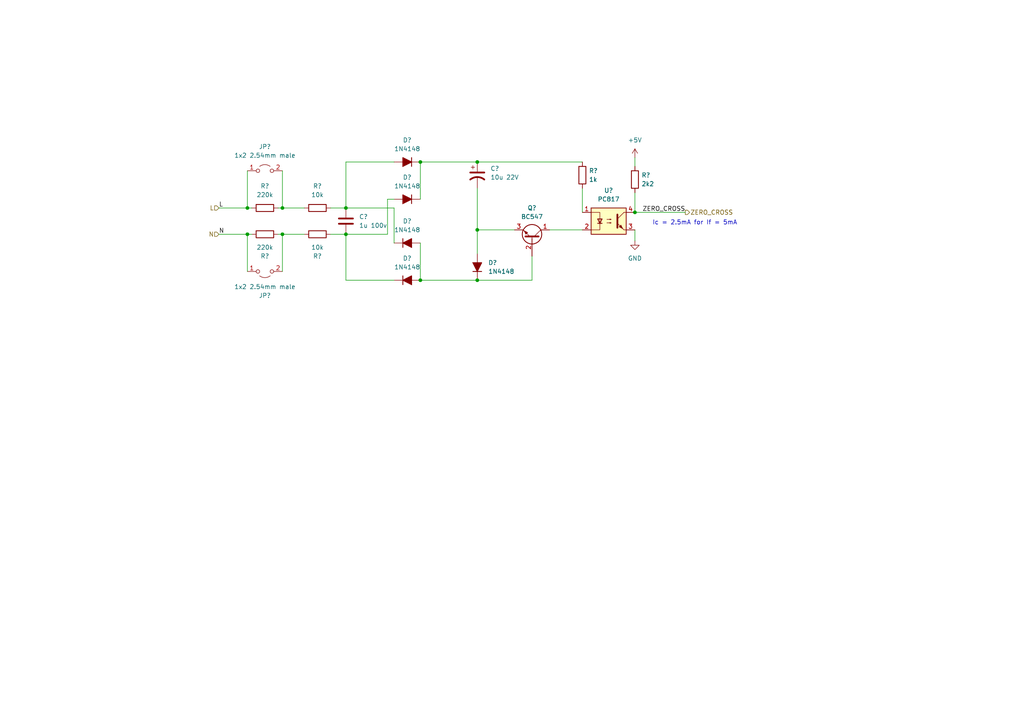
<source format=kicad_sch>
(kicad_sch (version 20211123) (generator eeschema)
  (paper "A4")
  (lib_symbols
    (symbol "Device:C" (pin_numbers hide) (pin_names (offset 0.254))
      (property "Reference" "C" (at 0.635 2.54 0))
      (property "Value" "C" (at 0.635 -2.54 0))
      (symbol "C_0_1"
        (polyline (pts (xy -2.032 -0.762) (xy 2.032 -0.762)) (stroke (width 0.508)))
        (polyline (pts (xy -2.032 0.762) (xy 2.032 0.762)) (stroke (width 0.508)))
      )
      (symbol "C_1_1"
        (pin passive line (at 0 3.81 270) (length 2.794) (name "~") (number "1"))
        (pin passive line (at 0 -3.81 90) (length 2.794) (name "~") (number "2"))
      )
    )
    (symbol "Device:C_Polarized_US" (pin_numbers hide) (pin_names (offset 0.254) hide)
      (property "Reference" "C" (at 0.635 2.54 0))
      (property "Value" "C_Polarized_US" (at 0.635 -2.54 0))
      (symbol "C_Polarized_US_0_1"
        (polyline (pts (xy -2.032 0.762) (xy 2.032 0.762)) (stroke (width 0.508)))
        (polyline (pts (xy -1.778 2.286) (xy -0.762 2.286)))
        (polyline (pts (xy -1.27 1.778) (xy -1.27 2.794)))
        (arc (start 2.032 -1.27) (mid 0 -0.5572) (end -2.032 -1.27) (stroke (width 0.508)))
      )
      (symbol "C_Polarized_US_1_1"
        (pin passive line (at 0 3.81 270) (length 2.794) (name "~") (number "1"))
        (pin passive line (at 0 -3.81 90) (length 3.302) (name "~") (number "2"))
      )
    )
    (symbol "Device:D_Filled" (pin_numbers hide) (pin_names (offset 1.016) hide)
      (property "Reference" "D" (at 0 2.54 0))
      (property "Value" "D_Filled" (at 0 -2.54 0))
      (symbol "D_Filled_0_1"
        (polyline (pts (xy -1.27 1.27) (xy -1.27 -1.27)) (stroke (width 0.254)))
        (polyline (pts (xy 1.27 0) (xy -1.27 0)))
        (polyline (pts (xy 1.27 1.27) (xy 1.27 -1.27) (xy -1.27 0) (xy 1.27 1.27)) (stroke (width 0.254)) (fill (type outline)))
      )
      (symbol "D_Filled_1_1"
        (pin passive line (at -3.81 0 0) (length 2.54) (name "K") (number "1"))
        (pin passive line (at 3.81 0 180) (length 2.54) (name "A") (number "2"))
      )
    )
    (symbol "Device:R" (pin_numbers hide) (pin_names (offset 0))
      (property "Reference" "R" (at 2.032 0 90))
      (property "Value" "R" (at 0 0 90))
      (symbol "R_0_1"
        (rectangle (start -1.016 -2.54) (end 1.016 2.54) (stroke (width 0.254)))
      )
      (symbol "R_1_1"
        (pin passive line (at 0 3.81 270) (length 1.27) (name "~") (number "1"))
        (pin passive line (at 0 -3.81 90) (length 1.27) (name "~") (number "2"))
      )
    )
    (symbol "Isolator:PC817" (pin_names (offset 1.016))
      (property "Reference" "U" (at -5.08 5.08 0))
      (property "Value" "PC817" (at 0 5.08 0))
      (symbol "PC817_0_1"
        (rectangle (start -5.08 3.81) (end 5.08 -3.81) (stroke (width 0.254)) (fill (type background)))
        (polyline (pts (xy -3.175 -0.635) (xy -1.905 -0.635)) (stroke (width 0.254)))
        (polyline (pts (xy 2.54 0.635) (xy 4.445 2.54)))
        (polyline (pts (xy 4.445 -2.54) (xy 2.54 -0.635)) (fill (type outline)))
        (polyline (pts (xy 4.445 -2.54) (xy 5.08 -2.54)))
        (polyline (pts (xy 4.445 2.54) (xy 5.08 2.54)))
        (polyline (pts (xy -5.08 2.54) (xy -2.54 2.54) (xy -2.54 -0.635)))
        (polyline (pts (xy -2.54 -0.635) (xy -2.54 -2.54) (xy -5.08 -2.54)))
        (polyline (pts (xy 2.54 1.905) (xy 2.54 -1.905) (xy 2.54 -1.905)) (stroke (width 0.508)))
        (polyline (pts (xy -2.54 -0.635) (xy -3.175 0.635) (xy -1.905 0.635) (xy -2.54 -0.635)) (stroke (width 0.254)))
        (polyline (pts (xy -0.508 -0.508) (xy 0.762 -0.508) (xy 0.381 -0.635) (xy 0.381 -0.381) (xy 0.762 -0.508)))
        (polyline (pts (xy -0.508 0.508) (xy 0.762 0.508) (xy 0.381 0.381) (xy 0.381 0.635) (xy 0.762 0.508)))
        (polyline (pts (xy 3.048 -1.651) (xy 3.556 -1.143) (xy 4.064 -2.159) (xy 3.048 -1.651) (xy 3.048 -1.651)) (fill (type outline)))
      )
      (symbol "PC817_1_1"
        (pin passive line (at -7.62 2.54 0) (length 2.54) (name "~") (number "1"))
        (pin passive line (at -7.62 -2.54 0) (length 2.54) (name "~") (number "2"))
        (pin passive line (at 7.62 -2.54 180) (length 2.54) (name "~") (number "3"))
        (pin passive line (at 7.62 2.54 180) (length 2.54) (name "~") (number "4"))
      )
    )
    (symbol "Jumper:Jumper_2_Open" (pin_names (offset 0) hide)
      (property "Reference" "JP" (at 0 2.794 0))
      (property "Value" "Jumper_2_Open" (at 0 -2.286 0))
      (symbol "Jumper_2_Open_0_0"
        (circle (center -2.032 0) (radius 0.508))
        (circle (center 2.032 0) (radius 0.508))
      )
      (symbol "Jumper_2_Open_0_1"
        (arc (start 1.524 1.27) (mid 0 1.778) (end -1.524 1.27))
      )
      (symbol "Jumper_2_Open_1_1"
        (pin passive line (at -5.08 0 0) (length 2.54) (name "A") (number "1"))
        (pin passive line (at 5.08 0 180) (length 2.54) (name "B") (number "2"))
      )
    )
    (symbol "Transistor_BJT:BC547" (pin_names (offset 0) hide)
      (property "Reference" "Q" (at 5.08 1.905 0))
      (property "Value" "BC547" (at 5.08 0 0))
      (symbol "BC547_0_1"
        (polyline (pts (xy 0 0) (xy 0.635 0)))
        (polyline (pts (xy 0.635 0.635) (xy 2.54 2.54)))
        (polyline (pts (xy 0.635 -0.635) (xy 2.54 -2.54) (xy 2.54 -2.54)))
        (polyline (pts (xy 0.635 1.905) (xy 0.635 -1.905) (xy 0.635 -1.905)) (stroke (width 0.508)))
        (polyline (pts (xy 1.27 -1.778) (xy 1.778 -1.27) (xy 2.286 -2.286) (xy 1.27 -1.778) (xy 1.27 -1.778)) (fill (type outline)))
        (circle (center 1.27 0) (radius 2.8194) (stroke (width 0.254)))
      )
      (symbol "BC547_1_1"
        (pin passive line (at 2.54 5.08 270) (length 2.54) (name "C") (number "1"))
        (pin input line (at -5.08 0 0) (length 5.08) (name "B") (number "2"))
        (pin passive line (at 2.54 -5.08 90) (length 2.54) (name "E") (number "3"))
      )
    )
    (symbol "power:+5V" (power) (pin_names (offset 0))
      (property "Value" "+5V" (at 0 3.556 0))
      (symbol "+5V_0_1"
        (polyline (pts (xy -0.762 1.27) (xy 0 2.54)))
        (polyline (pts (xy 0 0) (xy 0 2.54)))
        (polyline (pts (xy 0 2.54) (xy 0.762 1.27)))
      )
      (symbol "+5V_1_1"
        (pin power_in line (at 0 0 90) (length 0) hide (name "+5V") (number "1"))
      )
    )
    (symbol "power:GND" (power) (pin_names (offset 0))
      (property "Value" "GND" (at 0 -3.81 0))
      (symbol "GND_0_1"
        (polyline (pts (xy 0 0) (xy 0 -1.27) (xy 1.27 -1.27) (xy 0 -2.54) (xy -1.27 -1.27) (xy 0 -1.27)))
      )
      (symbol "GND_1_1"
        (pin power_in line (at 0 0 270) (length 0) hide (name "GND") (number "1"))
      )
    )
  )
  (junction (at 71.755 67.945))
  (junction (at 100.33 60.325))
  (junction (at 71.755 60.325))
  (junction (at 100.33 67.945))
  (junction (at 138.43 66.675))
  (junction (at 121.92 46.99))
  (junction (at 81.915 60.325))
  (junction (at 138.43 46.99))
  (junction (at 121.92 81.28))
  (junction (at 138.43 81.28))
  (junction (at 184.15 61.595))
  (junction (at 81.915 67.945))
  (wire (pts (xy 121.92 46.99) (xy 121.92 57.785)))
  (wire (pts (xy 81.915 60.325) (xy 88.265 60.325)))
  (wire (pts (xy 138.43 46.99) (xy 168.91 46.99)))
  (wire (pts (xy 184.15 45.72) (xy 184.15 48.26)))
  (wire (pts (xy 121.92 81.28) (xy 138.43 81.28)))
  (wire (pts (xy 71.755 49.53) (xy 71.755 60.325)))
  (wire (pts (xy 71.755 67.945) (xy 73.025 67.945)))
  (wire (pts (xy 138.43 66.675) (xy 149.225 66.675)))
  (wire (pts (xy 114.3 57.785) (xy 112.395 57.785)))
  (wire (pts (xy 95.885 60.325) (xy 100.33 60.325)))
  (wire (pts (xy 81.915 49.53) (xy 81.915 60.325)))
  (wire (pts (xy 100.33 60.325) (xy 114.3 60.325)))
  (wire (pts (xy 80.645 67.945) (xy 81.915 67.945)))
  (wire (pts (xy 63.5 60.325) (xy 71.755 60.325)))
  (wire (pts (xy 114.3 81.28) (xy 100.33 81.28)))
  (wire (pts (xy 121.92 70.485) (xy 121.92 81.28)))
  (wire (pts (xy 100.33 46.99) (xy 114.3 46.99)))
  (wire (pts (xy 81.915 67.945) (xy 88.265 67.945)))
  (wire (pts (xy 168.91 54.61) (xy 168.91 61.595)))
  (wire (pts (xy 100.33 81.28) (xy 100.33 67.945)))
  (wire (pts (xy 95.885 67.945) (xy 100.33 67.945)))
  (wire (pts (xy 154.305 74.295) (xy 154.305 81.28)))
  (wire (pts (xy 81.915 78.74) (xy 81.915 67.945)))
  (wire (pts (xy 184.15 66.675) (xy 184.15 69.85)))
  (wire (pts (xy 80.645 60.325) (xy 81.915 60.325)))
  (wire (pts (xy 63.5 67.945) (xy 71.755 67.945)))
  (wire (pts (xy 184.15 61.595) (xy 198.755 61.595)))
  (wire (pts (xy 159.385 66.675) (xy 168.91 66.675)))
  (wire (pts (xy 138.43 66.675) (xy 138.43 73.66)))
  (wire (pts (xy 184.15 55.88) (xy 184.15 61.595)))
  (wire (pts (xy 112.395 57.785) (xy 112.395 67.945)))
  (wire (pts (xy 114.3 60.325) (xy 114.3 70.485)))
  (wire (pts (xy 154.305 81.28) (xy 138.43 81.28)))
  (wire (pts (xy 121.92 46.99) (xy 138.43 46.99)))
  (wire (pts (xy 71.755 60.325) (xy 73.025 60.325)))
  (wire (pts (xy 71.755 78.74) (xy 71.755 67.945)))
  (wire (pts (xy 138.43 54.61) (xy 138.43 66.675)))
  (wire (pts (xy 112.395 67.945) (xy 100.33 67.945)))
  (wire (pts (xy 100.33 60.325) (xy 100.33 46.99)))
  (text "Ic = 2.5mA for If = 5mA" (at 189.23 65.405 0) (effects (font (size 1.27 1.27)) (justify left bottom)))
  (label "L" (at 63.5 60.325 0))
  (label "ZERO_CROSS" (at 198.755 61.595 180))
  (label "N" (at 63.5 67.945 0))
  (hierarchical_label "L" (shape input) (at 63.5 60.325 180))
  (hierarchical_label "N" (shape input) (at 63.5 67.945 180))
  (hierarchical_label "ZERO_CROSS" (shape output) (at 198.755 61.595 0))
  (symbol (lib_id "Device:C_Polarized_US") (at 138.43 50.8 0) (unit 1)
    (property "Reference" "C?" (at 142.24 48.8949 0) (effects (justify left)))
    (property "Value" "10u 22V" (at 142.24 51.4349 0) (effects (justify left)))
  )
  (symbol (lib_id "Device:R") (at 92.075 67.945 90) (mirror x) (unit 1)
    (property "Reference" "R?" (at 92.075 74.295 90))
    (property "Value" "10k" (at 92.075 71.755 90))
  )
  (symbol (lib_id "Device:D_Filled") (at 118.11 70.485 0) (mirror x) (unit 1)
    (property "Reference" "D?" (at 118.11 64.135 0))
    (property "Value" "1N4148" (at 118.11 66.675 0))
    (property "Footprint" "For_Rasterboard:D_DO-35_SOD27_P7.62mm_Horizontal" (effects hide))
  )
  (symbol (lib_id "Device:D_Filled") (at 138.43 77.47 90) (unit 1)
    (property "Reference" "D?" (at 141.605 76.1999 90) (effects (justify right)))
    (property "Value" "1N4148" (at 141.605 78.7399 90) (effects (justify right)))
    (property "Footprint" "For_Rasterboard:D_DO-35_SOD27_P7.62mm_Horizontal" (effects hide))
  )
  (symbol (lib_id "power:GND") (at 184.15 69.85 0) (unit 1)
    (property "Reference" "#PWR?" (effects hide))
    (property "Value" "GND" (at 184.15 74.93 0))
  )
  (symbol (lib_id "power:+5V") (at 184.15 45.72 0) (unit 1)
    (property "Reference" "#PWR?" (effects hide))
    (property "Value" "+5V" (at 184.15 40.64 0))
  )
  (symbol (lib_id "Device:C") (at 100.33 64.135 0) (unit 1)
    (property "Reference" "C?" (at 104.14 62.8649 0) (effects (justify left)))
    (property "Value" "1u 100v" (at 104.14 65.4049 0) (effects (justify left)))
  )
  (symbol (lib_id "Jumper:Jumper_2_Open") (at 76.835 49.53 0) (unit 1)
    (property "Reference" "JP?" (at 76.835 42.545 0))
    (property "Value" "1x2 2.54mm male" (at 76.835 45.085 0))
    (property "Footprint" "Connector_PinHeader_2.54mm:PinHeader_1x02_P2.54mm_Vertical" (effects hide))
  )
  (symbol (lib_id "Device:R") (at 76.835 67.945 90) (mirror x) (unit 1)
    (property "Reference" "R?" (at 76.835 74.295 90))
    (property "Value" "220k" (at 76.835 71.755 90))
  )
  (symbol (lib_id "Device:D_Filled") (at 118.11 81.28 0) (mirror x) (unit 1)
    (property "Reference" "D?" (at 118.11 74.93 0))
    (property "Value" "1N4148" (at 118.11 77.47 0))
    (property "Footprint" "For_Rasterboard:D_DO-35_SOD27_P7.62mm_Horizontal" (effects hide))
  )
  (symbol (lib_id "Device:R") (at 184.15 52.07 0) (unit 1)
    (property "Reference" "R?" (at 186.055 50.7999 0) (effects (justify left)))
    (property "Value" "2k2" (at 186.055 53.3399 0) (effects (justify left)))
  )
  (symbol (lib_id "Device:R") (at 168.91 50.8 0) (unit 1)
    (property "Reference" "R?" (at 170.815 49.5299 0) (effects (justify left)))
    (property "Value" "1k" (at 170.815 52.0699 0) (effects (justify left)))
  )
  (symbol (lib_id "Transistor_BJT:BC547") (at 154.305 69.215 270) (mirror x) (unit 1)
    (property "Reference" "Q?" (at 154.305 60.325 90))
    (property "Value" "BC547" (at 154.305 62.865 90))
    (property "Footprint" "Package_TO_SOT_THT:TO-92_Inline" (effects hide))
    (property "Datasheet" "https://www.onsemi.com/pub/Collateral/BC550-D.pdf" (effects hide))
  )
  (symbol (lib_id "Device:D_Filled") (at 118.11 57.785 180) (unit 1)
    (property "Reference" "D?" (at 118.11 51.435 0))
    (property "Value" "1N4148" (at 118.11 53.975 0))
    (property "Footprint" "For_Rasterboard:D_DO-35_SOD27_P7.62mm_Horizontal" (effects hide))
  )
  (symbol (lib_id "Isolator:PC817") (at 176.53 64.135 0) (unit 1)
    (property "Reference" "U?" (at 176.53 55.245 0))
    (property "Value" "PC817" (at 176.53 57.785 0))
    (property "Footprint" "Package_DIP:DIP-4_W7.62mm" (effects hide))
    (property "Datasheet" "http://www.soselectronic.cz/a_info/resource/d/pc817.pdf" (effects hide))
  )
  (symbol (lib_id "Jumper:Jumper_2_Open") (at 76.835 78.74 0) (mirror x) (unit 1)
    (property "Reference" "JP?" (at 76.835 85.725 0))
    (property "Value" "1x2 2.54mm male" (at 76.835 83.185 0))
    (property "Footprint" "Connector_PinHeader_2.54mm:PinHeader_1x02_P2.54mm_Vertical" (effects hide))
  )
  (symbol (lib_id "Device:R") (at 92.075 60.325 90) (unit 1)
    (property "Reference" "R?" (at 92.075 53.975 90))
    (property "Value" "10k" (at 92.075 56.515 90))
  )
  (symbol (lib_id "Device:D_Filled") (at 118.11 46.99 180) (unit 1)
    (property "Reference" "D?" (at 118.11 40.64 0))
    (property "Value" "1N4148" (at 118.11 43.18 0))
    (property "Footprint" "For_Rasterboard:D_DO-35_SOD27_P7.62mm_Horizontal" (effects hide))
  )
  (symbol (lib_id "Device:R") (at 76.835 60.325 90) (unit 1)
    (property "Reference" "R?" (at 76.835 53.975 90))
    (property "Value" "220k" (at 76.835 56.515 90))
  )
)
</source>
